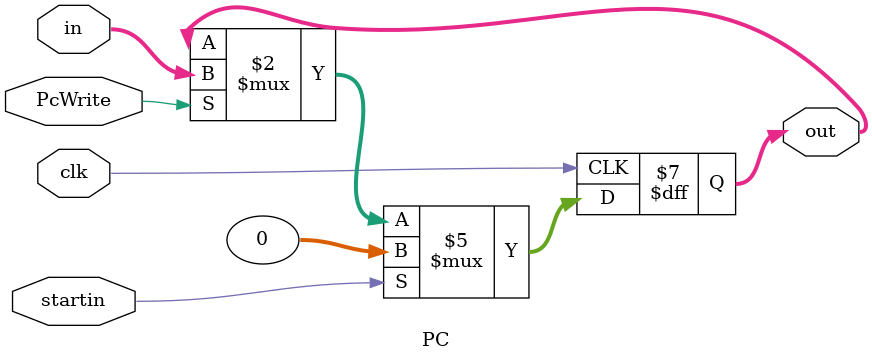
<source format=v>
module PC(out, in, PcWrite, clk, startin);
	input [31:0] in;
	input startin, clk, PcWrite;
	output reg [31:0] out;
	
	always @(posedge clk) begin
		
		if(startin) begin
		
			out <= 32'b0;
		end else begin
			
			if(PcWrite)
				out <= in;
		end
	end

endmodule

</source>
